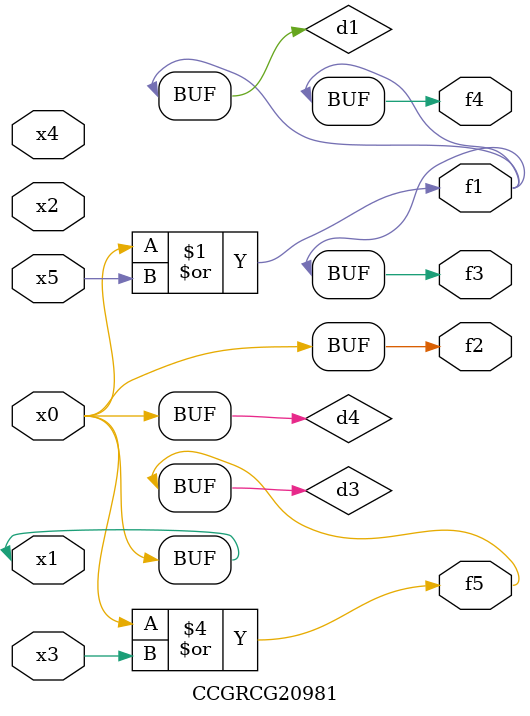
<source format=v>
module CCGRCG20981(
	input x0, x1, x2, x3, x4, x5,
	output f1, f2, f3, f4, f5
);

	wire d1, d2, d3, d4;

	or (d1, x0, x5);
	xnor (d2, x1, x4);
	or (d3, x0, x3);
	buf (d4, x0, x1);
	assign f1 = d1;
	assign f2 = d4;
	assign f3 = d1;
	assign f4 = d1;
	assign f5 = d3;
endmodule

</source>
